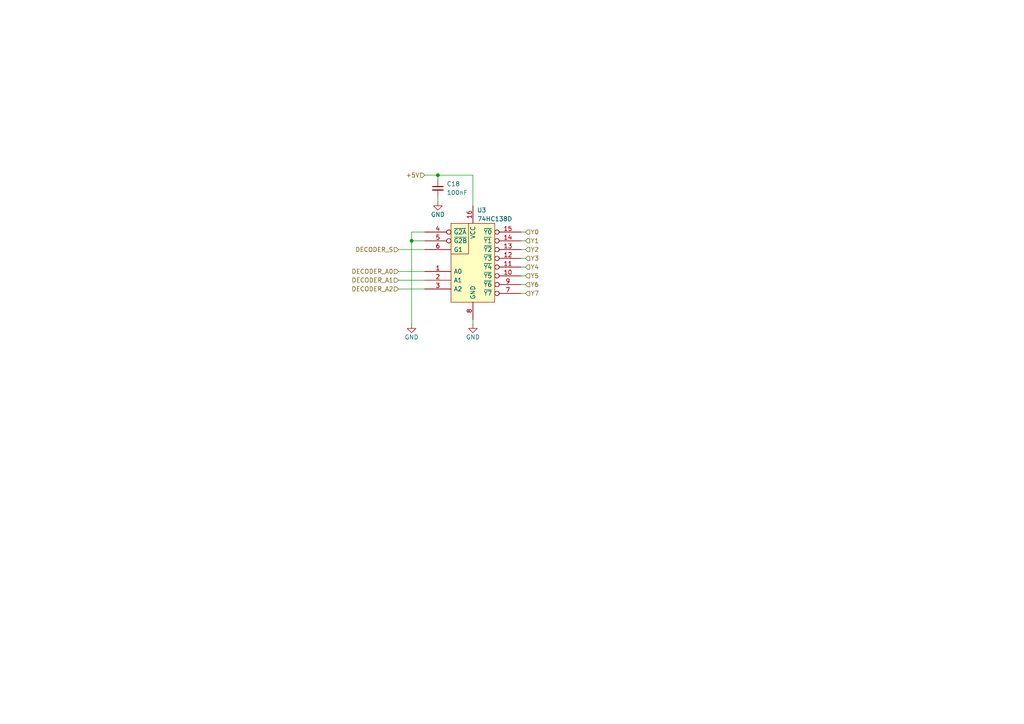
<source format=kicad_sch>
(kicad_sch (version 20211123) (generator eeschema)
  (paper "A4")
  (lib_symbols
    (symbol "74xx_IEEE:74LS138" (pin_names (offset 0.762))
      (property "Reference" "U?" (at 2.54 11.43 0))
      (property "Value" "74HC138D" (at 6.35 8.89 0))
      (symbol "74LS138_0_0"
        (polyline (pts (xy -1.27 7.62) (xy -1.27 -1.27) (xy -6.35 -1.27) (xy -6.35 -1.27)))
        (pin power_in line (at 0 12.7 270) (length 5.08) (name "VCC") (number "16"))
      )
      (symbol "74LS138_0_1"
        (rectangle (start -6.35 7.62) (end 6.35 -15.24) (fill (type background)))
      )
      (symbol "74LS138_1_1"
        (pin input line (at -13.97 -6.35 0) (length 7.62) (name "A0") (number "1"))
        (pin output inverted (at 13.97 -7.62 180) (length 7.62) (name "~{Y5}") (number "10"))
        (pin output inverted (at 13.97 -5.08 180) (length 7.62) (name "~{Y4}") (number "11"))
        (pin output inverted (at 13.97 -2.54 180) (length 7.62) (name "~{Y3}") (number "12"))
        (pin output inverted (at 13.97 0 180) (length 7.62) (name "~{Y2}") (number "13"))
        (pin output inverted (at 13.97 2.54 180) (length 7.62) (name "~{Y1}") (number "14"))
        (pin output inverted (at 13.97 5.08 180) (length 7.62) (name "~{Y0}") (number "15"))
        (pin input line (at -13.97 -8.89 0) (length 7.62) (name "A1") (number "2"))
        (pin input line (at -13.97 -11.43 0) (length 7.62) (name "A2") (number "3"))
        (pin input inverted (at -13.97 5.08 0) (length 7.62) (name "~{G2A}") (number "4"))
        (pin input inverted (at -13.97 2.54 0) (length 7.62) (name "~{G2B}") (number "5"))
        (pin input line (at -13.97 0 0) (length 7.62) (name "G1") (number "6"))
        (pin output inverted (at 13.97 -12.7 180) (length 7.62) (name "~{Y7}") (number "7"))
        (pin power_in line (at 0 -20.32 90) (length 5.08) (name "GND") (number "8"))
        (pin output inverted (at 13.97 -10.16 180) (length 7.62) (name "~{Y6}") (number "9"))
      )
    )
    (symbol "Device:C_Small" (pin_numbers hide) (pin_names (offset 0.254) hide)
      (property "Reference" "C" (at 0.254 1.778 0))
      (property "Value" "C_Small" (at 0.254 -2.032 0))
      (symbol "C_Small_0_1"
        (polyline (pts (xy -1.524 -0.508) (xy 1.524 -0.508)) (stroke (width 0.3302)))
        (polyline (pts (xy -1.524 0.508) (xy 1.524 0.508)) (stroke (width 0.3048)))
      )
      (symbol "C_Small_1_1"
        (pin passive line (at 0 2.54 270) (length 2.032) (name "~") (number "1"))
        (pin passive line (at 0 -2.54 90) (length 2.032) (name "~") (number "2"))
      )
    )
    (symbol "power:GND" (power) (pin_names (offset 0))
      (property "Value" "GND" (at 0 -3.81 0))
      (symbol "GND_0_1"
        (polyline (pts (xy 0 0) (xy 0 -1.27) (xy 1.27 -1.27) (xy 0 -2.54) (xy -1.27 -1.27) (xy 0 -1.27)))
      )
      (symbol "GND_1_1"
        (pin power_in line (at 0 0 270) (length 0) hide (name "GND") (number "1"))
      )
    )
  )
  (junction (at 127 50.8))
  (junction (at 119.38 69.85))
  (wire (pts (xy 137.16 50.8) (xy 137.16 59.69)))
  (wire (pts (xy 127 50.8) (xy 127 52.07)))
  (wire (pts (xy 123.19 69.85) (xy 119.38 69.85)))
  (wire (pts (xy 151.13 85.09) (xy 152.4 85.09)))
  (wire (pts (xy 127 50.8) (xy 137.16 50.8)))
  (wire (pts (xy 115.57 81.28) (xy 123.19 81.28)))
  (wire (pts (xy 115.57 72.39) (xy 123.19 72.39)))
  (wire (pts (xy 152.4 72.39) (xy 151.13 72.39)))
  (wire (pts (xy 152.4 74.93) (xy 151.13 74.93)))
  (wire (pts (xy 115.57 83.82) (xy 123.19 83.82)))
  (wire (pts (xy 119.38 69.85) (xy 119.38 93.98)))
  (wire (pts (xy 152.4 69.85) (xy 151.13 69.85)))
  (wire (pts (xy 119.38 67.31) (xy 119.38 69.85)))
  (wire (pts (xy 137.16 92.71) (xy 137.16 93.98)))
  (wire (pts (xy 123.19 50.8) (xy 127 50.8)))
  (wire (pts (xy 119.38 67.31) (xy 123.19 67.31)))
  (wire (pts (xy 152.4 82.55) (xy 151.13 82.55)))
  (wire (pts (xy 152.4 80.01) (xy 151.13 80.01)))
  (wire (pts (xy 152.4 67.31) (xy 151.13 67.31)))
  (wire (pts (xy 152.4 77.47) (xy 151.13 77.47)))
  (wire (pts (xy 127 58.42) (xy 127 57.15)))
  (wire (pts (xy 115.57 78.74) (xy 123.19 78.74)))
  (hierarchical_label "Y1" (shape input) (at 152.4 69.85 0))
  (hierarchical_label "DECODER_A0" (shape input) (at 115.57 78.74 180))
  (hierarchical_label "DECODER_A1" (shape input) (at 115.57 81.28 180))
  (hierarchical_label "Y2" (shape input) (at 152.4 72.39 0))
  (hierarchical_label "DECODER_S" (shape input) (at 115.57 72.39 180))
  (hierarchical_label "Y6" (shape input) (at 152.4 82.55 0))
  (hierarchical_label "Y4" (shape input) (at 152.4 77.47 0))
  (hierarchical_label "+5V" (shape input) (at 123.19 50.8 180))
  (hierarchical_label "Y0" (shape input) (at 152.4 67.31 0))
  (hierarchical_label "DECODER_A2" (shape input) (at 115.57 83.82 180))
  (hierarchical_label "Y5" (shape input) (at 152.4 80.01 0))
  (hierarchical_label "Y3" (shape input) (at 152.4 74.93 0))
  (hierarchical_label "Y7" (shape input) (at 152.4 85.09 0))
  (symbol (lib_id "Device:C_Small") (at 127 54.61 0) (unit 1)
    (property "Reference" "C18" (at 129.54 53.3462 0) (effects (justify left)))
    (property "Value" "100nF" (at 129.54 55.8862 0) (effects (justify left)))
    (property "Footprint" "Capacitor_SMD:C_0603_1608Metric" (effects hide))
    (property "Datasheet" "https://ozdisan.com/pasif-komponentler/kapasitorler/smt-smd-ve-mlcc-kapasitorler/CL10B104KO8NNNC/342155" (effects hide))
  )
  (symbol (lib_id "74xx_IEEE:74LS138") (at 137.16 72.39 0) (unit 1)
    (property "Reference" "U3" (at 139.7 60.96 0))
    (property "Value" "74HC138D" (at 143.51 63.5 0))
    (property "Footprint" "Package_SO:SOIC-16_3.9x9.9mm_P1.27mm" (effects hide))
    (property "Datasheet" "https://ozdisan.com/entegre-devreler-icler/logic-entegreler/signal-switches-multiplexer-decoder-ve-encoder-entegreleri/74HC138D653/13688" (effects hide))
  )
  (symbol (lib_id "power:GND") (at 119.38 93.98 0) (unit 1)
    (property "Reference" "#PWR035" (effects hide))
    (property "Value" "GND" (at 119.38 97.79 0))
  )
  (symbol (lib_id "power:GND") (at 137.16 93.98 0) (unit 1)
    (property "Reference" "#PWR037" (effects hide))
    (property "Value" "GND" (at 137.16 97.79 0))
  )
  (symbol (lib_id "power:GND") (at 127 58.42 0) (unit 1)
    (property "Reference" "#PWR036" (effects hide))
    (property "Value" "GND" (at 127 62.23 0))
  )
)
</source>
